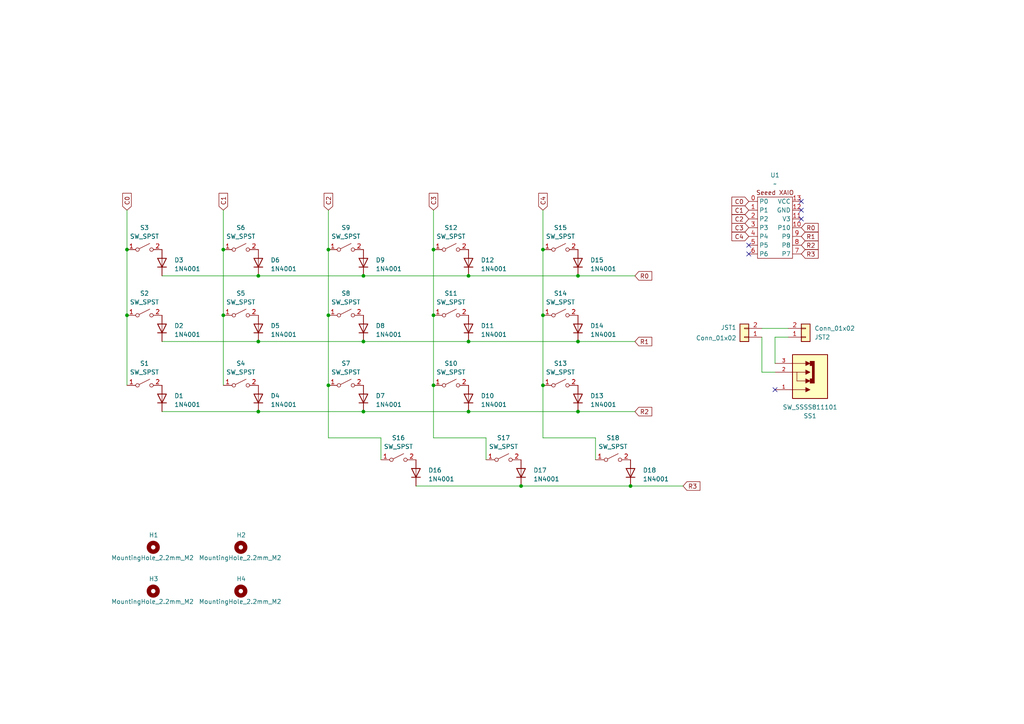
<source format=kicad_sch>
(kicad_sch (version 20231120) (generator "eeschema") (generator_version "8.0")
  (paper "A4")
  (lib_symbols
    (symbol "Clacken:Seeed_XAIO"
      (property "Reference" "U" (at 0 -10.16 0))
      (symbol "Seeed_XAIO_0_1"
        (rectangle (start -5.08 8.89) (end 5.08 -8.89))
      )
      (symbol "Seeed_XAIO_1_1"
        (text "Seeed XAIO" (at 0 10.16 0) (effects (font (size 1.27 1.27))))
        (pin bidirectional line (at -7.62 7.62 0) (length 2.54) (name "P0") (number "0"))
        (pin bidirectional line (at -7.62 5.08 0) (length 2.54) (name "P1") (number "1"))
        (pin bidirectional line (at 7.62 0 180) (length 2.54) (name "P10") (number "10"))
        (pin output line (at 7.62 2.54 180) (length 2.54) (name "V3") (number "11"))
        (pin output line (at 7.62 5.08 180) (length 2.54) (name "GND") (number "12"))
        (pin output line (at 7.62 7.62 180) (length 2.54) (name "VCC") (number "13"))
        (pin bidirectional line (at -7.62 2.54 0) (length 2.54) (name "P2") (number "2"))
        (pin bidirectional line (at -7.62 0 0) (length 2.54) (name "P3") (number "3"))
        (pin bidirectional line (at -7.62 -2.54 0) (length 2.54) (name "P4") (number "4"))
        (pin bidirectional line (at -7.62 -5.08 0) (length 2.54) (name "P5") (number "5"))
        (pin bidirectional line (at -7.62 -7.62 0) (length 2.54) (name "P6") (number "6"))
        (pin bidirectional line (at 7.62 -7.62 180) (length 2.54) (name "P7") (number "7"))
        (pin bidirectional line (at 7.62 -5.08 180) (length 2.54) (name "P8") (number "8"))
        (pin bidirectional line (at 7.62 -2.54 180) (length 2.54) (name "P9") (number "9"))
      )
    )
    (symbol "Connector_Generic:Conn_01x02" (pin_names (offset 1.016) hide)
      (property "Reference" "J" (at 0 2.54 0))
      (property "Value" "Conn_01x02" (at 0 -5.08 0))
      (symbol "Conn_01x02_1_1"
        (rectangle (start -1.27 -2.413) (end 0 -2.667) (stroke (width 0.1524)))
        (rectangle (start -1.27 0.127) (end 0 -0.127) (stroke (width 0.1524)))
        (rectangle (start -1.27 1.27) (end 1.27 -3.81) (stroke (width 0.254)) (fill (type background)))
        (pin passive line (at -5.08 0 0) (length 3.81) (name "Pin_1") (number "1"))
        (pin passive line (at -5.08 -2.54 0) (length 3.81) (name "Pin_2") (number "2"))
      )
    )
    (symbol "Diode:1N4001" (pin_numbers hide) (pin_names hide)
      (property "Reference" "D" (at 0 2.54 0))
      (property "Value" "1N4001" (at 0 -2.54 0))
      (symbol "1N4001_0_1"
        (polyline (pts (xy -1.27 1.27) (xy -1.27 -1.27)) (stroke (width 0.254)))
        (polyline (pts (xy 1.27 0) (xy -1.27 0)))
        (polyline (pts (xy 1.27 1.27) (xy 1.27 -1.27) (xy -1.27 0) (xy 1.27 1.27)) (stroke (width 0.254)))
      )
      (symbol "1N4001_1_1"
        (pin passive line (at -3.81 0 0) (length 2.54) (name "K") (number "1"))
        (pin passive line (at 3.81 0 180) (length 2.54) (name "A") (number "2"))
      )
    )
    (symbol "Mechanical:MountingHole" (pin_names (offset 1.016)) (exclude_from_sim yes) (in_bom no)
      (property "Reference" "H" (at 0 5.08 0))
      (property "Value" "MountingHole" (at 0 3.175 0))
      (symbol "MountingHole_0_1"
        (circle (center 0 0) (radius 1.27) (stroke (width 1.27)))
      )
    )
    (symbol "SW_SSSS811101:SSSS811101" (pin_names (offset 1.016))
      (property "Reference" "S" (at -5.08 5.715 0))
      (property "Value" "SSSS811101" (at -5.08 -10.16 0))
      (symbol "SSSS811101_0_0"
        (rectangle (start -5.08 -7.62) (end 5.08 5.08) (stroke (width 0.254)) (fill (type background)))
        (polyline (pts (xy 3.81 -2.54) (xy 1.27 -2.54)) (stroke (width 0.1524)))
        (polyline (pts (xy 3.81 0) (xy 1.27 0)) (stroke (width 0.1524)))
        (polyline (pts (xy 3.81 0) (xy 3.81 -2.54)) (stroke (width 0.1524)))
        (polyline (pts (xy 5.08 -5.08) (xy 1.27 -5.08)) (stroke (width 0.1524)))
        (polyline (pts (xy 5.08 -2.54) (xy 3.81 -2.54)) (stroke (width 0.1524)))
        (polyline (pts (xy 5.08 2.54) (xy 1.27 2.54)) (stroke (width 0.1524)))
        (polyline (pts (xy 1.27 -5.715) (xy 1.27 -4.445) (xy 0 -5.08) (xy 1.27 -5.715)) (stroke (width 0.1524)) (fill (type outline)))
        (polyline (pts (xy 1.27 -3.175) (xy 1.27 -1.905) (xy 0 -2.54) (xy 1.27 -3.175)) (stroke (width 0.1524)) (fill (type outline)))
        (polyline (pts (xy 1.27 -0.635) (xy 1.27 0.635) (xy 0 0) (xy 1.27 -0.635)) (stroke (width 0.1524)) (fill (type outline)))
        (polyline (pts (xy 1.27 1.905) (xy 1.27 3.175) (xy 0 2.54) (xy 1.27 1.905)) (stroke (width 0.1524)) (fill (type outline)))
        (polyline (pts (xy 0 -4.445) (xy 0 -5.715) (xy -1.27 -5.715) (xy -1.27 0.635) (xy 0 0.635) (xy 0 -0.635) (xy -0.635 -0.635) (xy -0.635 -4.445) (xy 0 -4.445)) (stroke (width 0.1524)) (fill (type outline)))
        (pin passive line (at 10.16 2.54 180) (length 5.08) (name "~") (number "1"))
        (pin passive line (at 10.16 -2.54 180) (length 5.08) (name "~") (number "2"))
        (pin passive line (at 10.16 -5.08 180) (length 5.08) (name "~") (number "3"))
      )
    )
    (symbol "Switch:SW_SPST" (pin_names (offset 0) hide)
      (property "Reference" "SW" (at 0 3.175 0))
      (property "Value" "SW_SPST" (at 0 -2.54 0))
      (symbol "SW_SPST_0_0"
        (circle (center -2.032 0) (radius 0.508))
        (polyline (pts (xy -1.524 0.254) (xy 1.524 1.778)))
        (circle (center 2.032 0) (radius 0.508))
      )
      (symbol "SW_SPST_1_1"
        (pin passive line (at -5.08 0 0) (length 2.54) (name "A") (number "1"))
        (pin passive line (at 5.08 0 180) (length 2.54) (name "B") (number "2"))
      )
    )
  )
  (junction (at 95.25 91.44))
  (junction (at 36.83 91.44))
  (junction (at 135.89 80.01))
  (junction (at 157.48 111.76))
  (junction (at 105.41 99.06))
  (junction (at 36.83 72.39))
  (junction (at 157.48 91.44))
  (junction (at 125.73 91.44))
  (junction (at 95.25 111.76))
  (junction (at 135.89 119.38))
  (junction (at 95.25 72.39))
  (junction (at 105.41 80.01))
  (junction (at 182.88 140.97))
  (junction (at 167.64 99.06))
  (junction (at 151.13 140.97))
  (junction (at 64.77 91.44))
  (junction (at 125.73 72.39))
  (junction (at 125.73 111.76))
  (junction (at 167.64 119.38))
  (junction (at 74.93 99.06))
  (junction (at 74.93 80.01))
  (junction (at 167.64 80.01))
  (junction (at 157.48 72.39))
  (junction (at 74.93 119.38))
  (junction (at 64.77 72.39))
  (junction (at 105.41 119.38))
  (junction (at 135.89 99.06))
  (no_connect (at 232.41 63.5))
  (no_connect (at 232.41 58.42))
  (no_connect (at 217.17 71.12))
  (no_connect (at 232.41 60.96))
  (no_connect (at 217.17 73.66))
  (no_connect (at 224.79 113.03))
  (wire (pts (xy 172.72 133.35) (xy 172.72 127)))
  (wire (pts (xy 157.48 72.39) (xy 157.48 91.44)))
  (wire (pts (xy 157.48 60.96) (xy 157.48 72.39)))
  (wire (pts (xy 36.83 72.39) (xy 36.83 91.44)))
  (wire (pts (xy 95.25 127) (xy 95.25 111.76)))
  (wire (pts (xy 46.99 119.38) (xy 74.93 119.38)))
  (wire (pts (xy 224.79 97.79) (xy 228.6 97.79)))
  (wire (pts (xy 110.49 127) (xy 95.25 127)))
  (wire (pts (xy 74.93 119.38) (xy 105.41 119.38)))
  (wire (pts (xy 220.98 97.79) (xy 220.98 107.95)))
  (wire (pts (xy 135.89 119.38) (xy 167.64 119.38)))
  (wire (pts (xy 135.89 99.06) (xy 167.64 99.06)))
  (wire (pts (xy 184.15 99.06) (xy 167.64 99.06)))
  (wire (pts (xy 64.77 72.39) (xy 64.77 91.44)))
  (wire (pts (xy 198.12 140.97) (xy 182.88 140.97)))
  (wire (pts (xy 95.25 91.44) (xy 95.25 111.76)))
  (wire (pts (xy 110.49 133.35) (xy 110.49 127)))
  (wire (pts (xy 105.41 80.01) (xy 135.89 80.01)))
  (wire (pts (xy 36.83 91.44) (xy 36.83 111.76)))
  (wire (pts (xy 125.73 91.44) (xy 125.73 111.76)))
  (wire (pts (xy 125.73 72.39) (xy 125.73 91.44)))
  (wire (pts (xy 140.97 133.35) (xy 140.97 127)))
  (wire (pts (xy 140.97 127) (xy 125.73 127)))
  (wire (pts (xy 220.98 107.95) (xy 224.79 107.95)))
  (wire (pts (xy 105.41 119.38) (xy 135.89 119.38)))
  (wire (pts (xy 151.13 140.97) (xy 182.88 140.97)))
  (wire (pts (xy 172.72 127) (xy 157.48 127)))
  (wire (pts (xy 125.73 60.96) (xy 125.73 72.39)))
  (wire (pts (xy 125.73 127) (xy 125.73 111.76)))
  (wire (pts (xy 74.93 99.06) (xy 105.41 99.06)))
  (wire (pts (xy 120.65 140.97) (xy 151.13 140.97)))
  (wire (pts (xy 64.77 60.96) (xy 64.77 72.39)))
  (wire (pts (xy 74.93 80.01) (xy 105.41 80.01)))
  (wire (pts (xy 36.83 60.96) (xy 36.83 72.39)))
  (wire (pts (xy 157.48 91.44) (xy 157.48 111.76)))
  (wire (pts (xy 157.48 127) (xy 157.48 111.76)))
  (wire (pts (xy 95.25 72.39) (xy 95.25 91.44)))
  (wire (pts (xy 220.98 95.25) (xy 228.6 95.25)))
  (wire (pts (xy 64.77 91.44) (xy 64.77 111.76)))
  (wire (pts (xy 135.89 80.01) (xy 167.64 80.01)))
  (wire (pts (xy 105.41 99.06) (xy 135.89 99.06)))
  (wire (pts (xy 95.25 60.96) (xy 95.25 72.39)))
  (wire (pts (xy 46.99 80.01) (xy 74.93 80.01)))
  (wire (pts (xy 184.15 119.38) (xy 167.64 119.38)))
  (wire (pts (xy 224.79 105.41) (xy 224.79 97.79)))
  (wire (pts (xy 46.99 99.06) (xy 74.93 99.06)))
  (wire (pts (xy 167.64 80.01) (xy 184.15 80.01)))
  (global_label "C1" (shape input) (at 64.77 60.96 90) (property "Intersheetrefs" "${INTERSHEET_REFS}" (effects (hide yes))))
  (global_label "C0" (shape input) (at 217.17 58.42 180) (property "Intersheetrefs" "${INTERSHEET_REFS}" (effects (hide yes))))
  (global_label "R0" (shape input) (at 184.15 80.01 0) (property "Intersheetrefs" "${INTERSHEET_REFS}" (effects (hide yes))))
  (global_label "R1" (shape input) (at 232.41 68.58 0) (property "Intersheetrefs" "${INTERSHEET_REFS}" (effects (hide yes))))
  (global_label "C4" (shape input) (at 157.48 60.96 90) (property "Intersheetrefs" "${INTERSHEET_REFS}" (effects (hide yes))))
  (global_label "C2" (shape input) (at 217.17 63.5 180) (property "Intersheetrefs" "${INTERSHEET_REFS}" (effects (hide yes))))
  (global_label "R1" (shape input) (at 184.15 99.06 0) (property "Intersheetrefs" "${INTERSHEET_REFS}" (effects (hide yes))))
  (global_label "C0" (shape input) (at 36.83 60.96 90) (property "Intersheetrefs" "${INTERSHEET_REFS}" (effects (hide yes))))
  (global_label "C1" (shape input) (at 217.17 60.96 180) (property "Intersheetrefs" "${INTERSHEET_REFS}" (effects (hide yes))))
  (global_label "R2" (shape input) (at 184.15 119.38 0) (property "Intersheetrefs" "${INTERSHEET_REFS}" (effects (hide yes))))
  (global_label "C3" (shape input) (at 217.17 66.04 180) (property "Intersheetrefs" "${INTERSHEET_REFS}" (effects (hide yes))))
  (global_label "R3" (shape input) (at 232.41 73.66 0) (property "Intersheetrefs" "${INTERSHEET_REFS}" (effects (hide yes))))
  (global_label "R2" (shape input) (at 232.41 71.12 0) (property "Intersheetrefs" "${INTERSHEET_REFS}" (effects (hide yes))))
  (global_label "C4" (shape input) (at 217.17 68.58 180) (property "Intersheetrefs" "${INTERSHEET_REFS}" (effects (hide yes))))
  (global_label "R0" (shape input) (at 232.41 66.04 0) (property "Intersheetrefs" "${INTERSHEET_REFS}" (effects (hide yes))))
  (global_label "C3" (shape input) (at 125.73 60.96 90) (property "Intersheetrefs" "${INTERSHEET_REFS}" (effects (hide yes))))
  (global_label "C2" (shape input) (at 95.25 60.96 90) (property "Intersheetrefs" "${INTERSHEET_REFS}" (effects (hide yes))))
  (global_label "R3" (shape input) (at 198.12 140.97 0) (property "Intersheetrefs" "${INTERSHEET_REFS}" (effects (hide yes))))
  (symbol (lib_id "Switch:SW_SPST") (at 130.81 111.76 0) (unit 1)
    (property "Reference" "S10" (at 130.81 105.41 0))
    (property "Value" "SW_SPST" (at 130.81 107.95 0))
    (property "Footprint" "clacken:choc_switches" (effects (hide yes)))
    (property "Description" "Single Pole Single Throw (SPST) switch" (effects (hide yes)))
  )
  (symbol (lib_id "Diode:1N4001") (at 167.64 115.57 90) (unit 1)
    (property "Reference" "D13" (at 171.196 114.808 90) (effects (justify right)))
    (property "Value" "1N4001" (at 171.196 117.348 90) (effects (justify right)))
    (property "Footprint" "clacken:reversable_diode" (effects (hide yes)))
    (property "Datasheet" "http://www.vishay.com/docs/88503/1n4001.pdf" (effects (hide yes)))
    (property "Description" "50V 1A General Purpose Rectifier Diode, DO-41" (effects (hide yes)))
    (property "Sim.Device" "D" (effects (hide yes)))
    (property "Sim.Pins" "1=K 2=A" (effects (hide yes)))
  )
  (symbol (lib_id "Switch:SW_SPST") (at 41.91 111.76 0) (unit 1)
    (property "Reference" "S1" (at 41.91 105.41 0))
    (property "Value" "SW_SPST" (at 41.91 107.95 0))
    (property "Footprint" "clacken:choc_switches" (effects (hide yes)))
    (property "Description" "Single Pole Single Throw (SPST) switch" (effects (hide yes)))
  )
  (symbol (lib_id "Switch:SW_SPST") (at 130.81 91.44 0) (unit 1)
    (property "Reference" "S11" (at 130.81 85.09 0))
    (property "Value" "SW_SPST" (at 130.81 87.63 0))
    (property "Footprint" "clacken:choc_switches" (effects (hide yes)))
    (property "Description" "Single Pole Single Throw (SPST) switch" (effects (hide yes)))
  )
  (symbol (lib_id "Diode:1N4001") (at 120.65 137.16 90) (unit 1)
    (property "Reference" "D16" (at 124.206 136.398 90) (effects (justify right)))
    (property "Value" "1N4001" (at 124.206 138.938 90) (effects (justify right)))
    (property "Footprint" "clacken:reversable_diode" (effects (hide yes)))
    (property "Datasheet" "http://www.vishay.com/docs/88503/1n4001.pdf" (effects (hide yes)))
    (property "Description" "50V 1A General Purpose Rectifier Diode, DO-41" (effects (hide yes)))
    (property "Sim.Device" "D" (effects (hide yes)))
    (property "Sim.Pins" "1=K 2=A" (effects (hide yes)))
  )
  (symbol (lib_id "Diode:1N4001") (at 105.41 76.2 90) (unit 1)
    (property "Reference" "D9" (at 108.966 75.438 90) (effects (justify right)))
    (property "Value" "1N4001" (at 108.966 77.978 90) (effects (justify right)))
    (property "Footprint" "clacken:reversable_diode" (effects (hide yes)))
    (property "Datasheet" "http://www.vishay.com/docs/88503/1n4001.pdf" (effects (hide yes)))
    (property "Description" "50V 1A General Purpose Rectifier Diode, DO-41" (effects (hide yes)))
    (property "Sim.Device" "D" (effects (hide yes)))
    (property "Sim.Pins" "1=K 2=A" (effects (hide yes)))
  )
  (symbol (lib_id "Switch:SW_SPST") (at 69.85 72.39 0) (unit 1)
    (property "Reference" "S6" (at 69.85 66.04 0))
    (property "Value" "SW_SPST" (at 69.85 68.58 0))
    (property "Footprint" "clacken:choc_switches" (effects (hide yes)))
    (property "Description" "Single Pole Single Throw (SPST) switch" (effects (hide yes)))
  )
  (symbol (lib_id "Diode:1N4001") (at 105.41 115.57 90) (unit 1)
    (property "Reference" "D7" (at 108.966 114.808 90) (effects (justify right)))
    (property "Value" "1N4001" (at 108.966 117.348 90) (effects (justify right)))
    (property "Footprint" "clacken:reversable_diode" (effects (hide yes)))
    (property "Datasheet" "http://www.vishay.com/docs/88503/1n4001.pdf" (effects (hide yes)))
    (property "Description" "50V 1A General Purpose Rectifier Diode, DO-41" (effects (hide yes)))
    (property "Sim.Device" "D" (effects (hide yes)))
    (property "Sim.Pins" "1=K 2=A" (effects (hide yes)))
  )
  (symbol (lib_id "Diode:1N4001") (at 167.64 95.25 90) (unit 1)
    (property "Reference" "D14" (at 171.196 94.488 90) (effects (justify right)))
    (property "Value" "1N4001" (at 171.196 97.028 90) (effects (justify right)))
    (property "Footprint" "clacken:reversable_diode" (effects (hide yes)))
    (property "Datasheet" "http://www.vishay.com/docs/88503/1n4001.pdf" (effects (hide yes)))
    (property "Description" "50V 1A General Purpose Rectifier Diode, DO-41" (effects (hide yes)))
    (property "Sim.Device" "D" (effects (hide yes)))
    (property "Sim.Pins" "1=K 2=A" (effects (hide yes)))
  )
  (symbol (lib_id "Diode:1N4001") (at 167.64 76.2 90) (unit 1)
    (property "Reference" "D15" (at 171.196 75.438 90) (effects (justify right)))
    (property "Value" "1N4001" (at 171.196 77.978 90) (effects (justify right)))
    (property "Footprint" "clacken:reversable_diode" (effects (hide yes)))
    (property "Datasheet" "http://www.vishay.com/docs/88503/1n4001.pdf" (effects (hide yes)))
    (property "Description" "50V 1A General Purpose Rectifier Diode, DO-41" (effects (hide yes)))
    (property "Sim.Device" "D" (effects (hide yes)))
    (property "Sim.Pins" "1=K 2=A" (effects (hide yes)))
  )
  (symbol (lib_id "Switch:SW_SPST") (at 69.85 91.44 0) (unit 1)
    (property "Reference" "S5" (at 69.85 85.09 0))
    (property "Value" "SW_SPST" (at 69.85 87.63 0))
    (property "Footprint" "clacken:choc_switches" (effects (hide yes)))
    (property "Description" "Single Pole Single Throw (SPST) switch" (effects (hide yes)))
  )
  (symbol (lib_id "Switch:SW_SPST") (at 41.91 91.44 0) (unit 1)
    (property "Reference" "S2" (at 41.91 85.09 0))
    (property "Value" "SW_SPST" (at 41.91 87.63 0))
    (property "Footprint" "clacken:choc_switches" (effects (hide yes)))
    (property "Description" "Single Pole Single Throw (SPST) switch" (effects (hide yes)))
  )
  (symbol (lib_id "Switch:SW_SPST") (at 41.91 72.39 0) (unit 1)
    (property "Reference" "S3" (at 41.91 66.04 0))
    (property "Value" "SW_SPST" (at 41.91 68.58 0))
    (property "Footprint" "clacken:choc_switches" (effects (hide yes)))
    (property "Description" "Single Pole Single Throw (SPST) switch" (effects (hide yes)))
  )
  (symbol (lib_id "Switch:SW_SPST") (at 177.8 133.35 0) (unit 1)
    (property "Reference" "S18" (at 177.8 127 0))
    (property "Value" "SW_SPST" (at 177.8 129.54 0))
    (property "Footprint" "clacken:choc_switches" (effects (hide yes)))
    (property "Description" "Single Pole Single Throw (SPST) switch" (effects (hide yes)))
  )
  (symbol (lib_id "Switch:SW_SPST") (at 162.56 72.39 0) (unit 1)
    (property "Reference" "S15" (at 162.56 66.04 0))
    (property "Value" "SW_SPST" (at 162.56 68.58 0))
    (property "Footprint" "clacken:choc_switches" (effects (hide yes)))
    (property "Description" "Single Pole Single Throw (SPST) switch" (effects (hide yes)))
  )
  (symbol (lib_id "Diode:1N4001") (at 135.89 95.25 90) (unit 1)
    (property "Reference" "D11" (at 139.446 94.488 90) (effects (justify right)))
    (property "Value" "1N4001" (at 139.446 97.028 90) (effects (justify right)))
    (property "Footprint" "clacken:reversable_diode" (effects (hide yes)))
    (property "Datasheet" "http://www.vishay.com/docs/88503/1n4001.pdf" (effects (hide yes)))
    (property "Description" "50V 1A General Purpose Rectifier Diode, DO-41" (effects (hide yes)))
    (property "Sim.Device" "D" (effects (hide yes)))
    (property "Sim.Pins" "1=K 2=A" (effects (hide yes)))
  )
  (symbol (lib_id "Diode:1N4001") (at 46.99 76.2 90) (unit 1)
    (property "Reference" "D3" (at 50.546 75.438 90) (effects (justify right)))
    (property "Value" "1N4001" (at 50.546 77.978 90) (effects (justify right)))
    (property "Footprint" "clacken:reversable_diode" (effects (hide yes)))
    (property "Datasheet" "http://www.vishay.com/docs/88503/1n4001.pdf" (effects (hide yes)))
    (property "Description" "50V 1A General Purpose Rectifier Diode, DO-41" (effects (hide yes)))
    (property "Sim.Device" "D" (effects (hide yes)))
    (property "Sim.Pins" "1=K 2=A" (effects (hide yes)))
  )
  (symbol (lib_id "Connector_Generic:Conn_01x02") (at 233.68 97.79 0) (mirror x) (unit 1)
    (property "Reference" "JST2" (at 236.22 97.7901 0) (effects (justify left)))
    (property "Value" "Conn_01x02" (at 236.22 95.2501 0) (effects (justify left)))
    (property "Footprint" "clacken:JST_angled" (effects (hide yes)))
    (property "Description" "Generic connector, single row, 01x02, script generated (kicad-library-utils/schlib/autogen/connector/)" (effects (hide yes)))
  )
  (symbol (lib_id "Diode:1N4001") (at 135.89 115.57 90) (unit 1)
    (property "Reference" "D10" (at 139.446 114.808 90) (effects (justify right)))
    (property "Value" "1N4001" (at 139.446 117.348 90) (effects (justify right)))
    (property "Footprint" "clacken:reversable_diode" (effects (hide yes)))
    (property "Datasheet" "http://www.vishay.com/docs/88503/1n4001.pdf" (effects (hide yes)))
    (property "Description" "50V 1A General Purpose Rectifier Diode, DO-41" (effects (hide yes)))
    (property "Sim.Device" "D" (effects (hide yes)))
    (property "Sim.Pins" "1=K 2=A" (effects (hide yes)))
  )
  (symbol (lib_id "Switch:SW_SPST") (at 162.56 111.76 0) (unit 1)
    (property "Reference" "S13" (at 162.56 105.41 0))
    (property "Value" "SW_SPST" (at 162.56 107.95 0))
    (property "Footprint" "clacken:choc_switches" (effects (hide yes)))
    (property "Description" "Single Pole Single Throw (SPST) switch" (effects (hide yes)))
  )
  (symbol (lib_id "Clacken:Seeed_XAIO") (at 224.79 66.04 0) (unit 1)
    (property "Reference" "U1" (at 224.79 50.8 0))
    (property "Value" "~" (at 224.79 53.34 0))
    (property "Footprint" "clacken:seeed_xaio" (effects (hide yes)))
  )
  (symbol (lib_id "Diode:1N4001") (at 105.41 95.25 90) (unit 1)
    (property "Reference" "D8" (at 108.966 94.488 90) (effects (justify right)))
    (property "Value" "1N4001" (at 108.966 97.028 90) (effects (justify right)))
    (property "Footprint" "clacken:reversable_diode" (effects (hide yes)))
    (property "Datasheet" "http://www.vishay.com/docs/88503/1n4001.pdf" (effects (hide yes)))
    (property "Description" "50V 1A General Purpose Rectifier Diode, DO-41" (effects (hide yes)))
    (property "Sim.Device" "D" (effects (hide yes)))
    (property "Sim.Pins" "1=K 2=A" (effects (hide yes)))
  )
  (symbol (lib_id "Diode:1N4001") (at 74.93 95.25 90) (unit 1)
    (property "Reference" "D5" (at 78.486 94.488 90) (effects (justify right)))
    (property "Value" "1N4001" (at 78.486 97.028 90) (effects (justify right)))
    (property "Footprint" "clacken:reversable_diode" (effects (hide yes)))
    (property "Datasheet" "http://www.vishay.com/docs/88503/1n4001.pdf" (effects (hide yes)))
    (property "Description" "50V 1A General Purpose Rectifier Diode, DO-41" (effects (hide yes)))
    (property "Sim.Device" "D" (effects (hide yes)))
    (property "Sim.Pins" "1=K 2=A" (effects (hide yes)))
  )
  (symbol (lib_id "Switch:SW_SPST") (at 162.56 91.44 0) (unit 1)
    (property "Reference" "S14" (at 162.56 85.09 0))
    (property "Value" "SW_SPST" (at 162.56 87.63 0))
    (property "Footprint" "clacken:choc_switches" (effects (hide yes)))
    (property "Description" "Single Pole Single Throw (SPST) switch" (effects (hide yes)))
  )
  (symbol (lib_id "Mechanical:MountingHole") (at 44.45 158.75 0) (unit 1) (exclude_from_sim yes) (in_bom no)
    (property "Reference" "H1" (at 43.18 155.194 0) (effects (justify left)))
    (property "Value" "MountingHole_2.2mm_M2" (at 32.258 161.798 0) (effects (justify left)))
    (property "Footprint" "MountingHole:MountingHole_2.2mm_M2" (effects (hide yes)))
    (property "Description" "Mounting Hole without connection" (effects (hide yes)))
  )
  (symbol (lib_id "Mechanical:MountingHole") (at 69.85 171.45 0) (unit 1) (exclude_from_sim yes) (in_bom no)
    (property "Reference" "H4" (at 68.58 167.894 0) (effects (justify left)))
    (property "Value" "MountingHole_2.2mm_M2" (at 57.658 174.498 0) (effects (justify left)))
    (property "Footprint" "MountingHole:MountingHole_2.2mm_M2" (effects (hide yes)))
    (property "Description" "Mounting Hole without connection" (effects (hide yes)))
  )
  (symbol (lib_id "Diode:1N4001") (at 46.99 95.25 90) (unit 1)
    (property "Reference" "D2" (at 50.546 94.488 90) (effects (justify right)))
    (property "Value" "1N4001" (at 50.546 97.028 90) (effects (justify right)))
    (property "Footprint" "clacken:reversable_diode" (effects (hide yes)))
    (property "Datasheet" "http://www.vishay.com/docs/88503/1n4001.pdf" (effects (hide yes)))
    (property "Description" "50V 1A General Purpose Rectifier Diode, DO-41" (effects (hide yes)))
    (property "Sim.Device" "D" (effects (hide yes)))
    (property "Sim.Pins" "1=K 2=A" (effects (hide yes)))
  )
  (symbol (lib_id "Diode:1N4001") (at 135.89 76.2 90) (unit 1)
    (property "Reference" "D12" (at 139.446 75.438 90) (effects (justify right)))
    (property "Value" "1N4001" (at 139.446 77.978 90) (effects (justify right)))
    (property "Footprint" "clacken:reversable_diode" (effects (hide yes)))
    (property "Datasheet" "http://www.vishay.com/docs/88503/1n4001.pdf" (effects (hide yes)))
    (property "Description" "50V 1A General Purpose Rectifier Diode, DO-41" (effects (hide yes)))
    (property "Sim.Device" "D" (effects (hide yes)))
    (property "Sim.Pins" "1=K 2=A" (effects (hide yes)))
  )
  (symbol (lib_id "Connector_Generic:Conn_01x02") (at 215.9 97.79 180) (unit 1)
    (property "Reference" "JST1" (at 213.614 94.996 0) (effects (justify left)))
    (property "Value" "Conn_01x02" (at 213.614 98.044 0) (effects (justify left)))
    (property "Footprint" "clacken:JST_angled" (effects (hide yes)))
    (property "Description" "Generic connector, single row, 01x02, script generated (kicad-library-utils/schlib/autogen/connector/)" (effects (hide yes)))
  )
  (symbol (lib_id "Mechanical:MountingHole") (at 44.45 171.45 0) (unit 1) (exclude_from_sim yes) (in_bom no)
    (property "Reference" "H3" (at 43.18 167.894 0) (effects (justify left)))
    (property "Value" "MountingHole_2.2mm_M2" (at 32.258 174.498 0) (effects (justify left)))
    (property "Footprint" "MountingHole:MountingHole_2.2mm_M2" (effects (hide yes)))
    (property "Description" "Mounting Hole without connection" (effects (hide yes)))
  )
  (symbol (lib_id "Diode:1N4001") (at 46.99 115.57 90) (unit 1)
    (property "Reference" "D1" (at 50.546 114.808 90) (effects (justify right)))
    (property "Value" "1N4001" (at 50.546 117.348 90) (effects (justify right)))
    (property "Footprint" "clacken:reversable_diode" (effects (hide yes)))
    (property "Datasheet" "http://www.vishay.com/docs/88503/1n4001.pdf" (effects (hide yes)))
    (property "Description" "50V 1A General Purpose Rectifier Diode, DO-41" (effects (hide yes)))
    (property "Sim.Device" "D" (effects (hide yes)))
    (property "Sim.Pins" "1=K 2=A" (effects (hide yes)))
  )
  (symbol (lib_id "Switch:SW_SPST") (at 115.57 133.35 0) (unit 1)
    (property "Reference" "S16" (at 115.57 127 0))
    (property "Value" "SW_SPST" (at 115.57 129.54 0))
    (property "Footprint" "clacken:choc_switches" (effects (hide yes)))
    (property "Description" "Single Pole Single Throw (SPST) switch" (effects (hide yes)))
  )
  (symbol (lib_id "Switch:SW_SPST") (at 146.05 133.35 0) (unit 1)
    (property "Reference" "S17" (at 146.05 127 0))
    (property "Value" "SW_SPST" (at 146.05 129.54 0))
    (property "Footprint" "clacken:choc_switches" (effects (hide yes)))
    (property "Description" "Single Pole Single Throw (SPST) switch" (effects (hide yes)))
  )
  (symbol (lib_id "Switch:SW_SPST") (at 69.85 111.76 0) (unit 1)
    (property "Reference" "S4" (at 69.85 105.41 0))
    (property "Value" "SW_SPST" (at 69.85 107.95 0))
    (property "Footprint" "clacken:choc_switches" (effects (hide yes)))
    (property "Description" "Single Pole Single Throw (SPST) switch" (effects (hide yes)))
  )
  (symbol (lib_id "Diode:1N4001") (at 182.88 137.16 90) (unit 1)
    (property "Reference" "D18" (at 186.436 136.398 90) (effects (justify right)))
    (property "Value" "1N4001" (at 186.436 138.938 90) (effects (justify right)))
    (property "Footprint" "clacken:reversable_diode" (effects (hide yes)))
    (property "Datasheet" "http://www.vishay.com/docs/88503/1n4001.pdf" (effects (hide yes)))
    (property "Description" "50V 1A General Purpose Rectifier Diode, DO-41" (effects (hide yes)))
    (property "Sim.Device" "D" (effects (hide yes)))
    (property "Sim.Pins" "1=K 2=A" (effects (hide yes)))
  )
  (symbol (lib_id "Switch:SW_SPST") (at 100.33 91.44 0) (unit 1)
    (property "Reference" "S8" (at 100.33 85.09 0))
    (property "Value" "SW_SPST" (at 100.33 87.63 0))
    (property "Footprint" "clacken:choc_switches" (effects (hide yes)))
    (property "Description" "Single Pole Single Throw (SPST) switch" (effects (hide yes)))
  )
  (symbol (lib_id "Switch:SW_SPST") (at 100.33 72.39 0) (unit 1)
    (property "Reference" "S9" (at 100.33 66.04 0))
    (property "Value" "SW_SPST" (at 100.33 68.58 0))
    (property "Footprint" "clacken:choc_switches" (effects (hide yes)))
    (property "Description" "Single Pole Single Throw (SPST) switch" (effects (hide yes)))
  )
  (symbol (lib_id "Diode:1N4001") (at 151.13 137.16 90) (unit 1)
    (property "Reference" "D17" (at 154.686 136.398 90) (effects (justify right)))
    (property "Value" "1N4001" (at 154.686 138.938 90) (effects (justify right)))
    (property "Footprint" "clacken:reversable_diode" (effects (hide yes)))
    (property "Datasheet" "http://www.vishay.com/docs/88503/1n4001.pdf" (effects (hide yes)))
    (property "Description" "50V 1A General Purpose Rectifier Diode, DO-41" (effects (hide yes)))
    (property "Sim.Device" "D" (effects (hide yes)))
    (property "Sim.Pins" "1=K 2=A" (effects (hide yes)))
  )
  (symbol (lib_id "SW_SSSS811101:SSSS811101") (at 234.95 110.49 180) (unit 1)
    (property "Reference" "SS1" (at 234.95 120.65 0))
    (property "Value" "SW_SSSS811101" (at 234.95 118.11 0))
    (property "Footprint" "SSSS811101:SW_SSSS811101" (effects (hide yes)))
    (property "PARTREV" "N/A" (effects (hide yes)))
    (property "STANDARD" "Manufacturer Recommendations" (effects (hide yes)))
    (property "MAXIMUM_PACKAGE_HEIGHT" "1.60 mm" (effects (hide yes)))
    (property "MANUFACTURER" "ALPS" (effects (hide yes)))
  )
  (symbol (lib_id "Mechanical:MountingHole") (at 69.85 158.75 0) (unit 1) (exclude_from_sim yes) (in_bom no)
    (property "Reference" "H2" (at 68.58 155.194 0) (effects (justify left)))
    (property "Value" "MountingHole_2.2mm_M2" (at 57.658 161.798 0) (effects (justify left)))
    (property "Footprint" "MountingHole:MountingHole_2.2mm_M2" (effects (hide yes)))
    (property "Description" "Mounting Hole without connection" (effects (hide yes)))
  )
  (symbol (lib_id "Switch:SW_SPST") (at 100.33 111.76 0) (unit 1)
    (property "Reference" "S7" (at 100.33 105.41 0))
    (property "Value" "SW_SPST" (at 100.33 107.95 0))
    (property "Footprint" "clacken:choc_switches" (effects (hide yes)))
    (property "Description" "Single Pole Single Throw (SPST) switch" (effects (hide yes)))
  )
  (symbol (lib_id "Diode:1N4001") (at 74.93 115.57 90) (unit 1)
    (property "Reference" "D4" (at 78.486 114.808 90) (effects (justify right)))
    (property "Value" "1N4001" (at 78.486 117.348 90) (effects (justify right)))
    (property "Footprint" "clacken:reversable_diode" (effects (hide yes)))
    (property "Datasheet" "http://www.vishay.com/docs/88503/1n4001.pdf" (effects (hide yes)))
    (property "Description" "50V 1A General Purpose Rectifier Diode, DO-41" (effects (hide yes)))
    (property "Sim.Device" "D" (effects (hide yes)))
    (property "Sim.Pins" "1=K 2=A" (effects (hide yes)))
  )
  (symbol (lib_id "Switch:SW_SPST") (at 130.81 72.39 0) (unit 1)
    (property "Reference" "S12" (at 130.81 66.04 0))
    (property "Value" "SW_SPST" (at 130.81 68.58 0))
    (property "Footprint" "clacken:choc_switches" (effects (hide yes)))
    (property "Description" "Single Pole Single Throw (SPST) switch" (effects (hide yes)))
  )
  (symbol (lib_id "Diode:1N4001") (at 74.93 76.2 90) (unit 1)
    (property "Reference" "D6" (at 78.486 75.438 90) (effects (justify right)))
    (property "Value" "1N4001" (at 78.486 77.978 90) (effects (justify right)))
    (property "Footprint" "clacken:reversable_diode" (effects (hide yes)))
    (property "Datasheet" "http://www.vishay.com/docs/88503/1n4001.pdf" (effects (hide yes)))
    (property "Description" "50V 1A General Purpose Rectifier Diode, DO-41" (effects (hide yes)))
    (property "Sim.Device" "D" (effects (hide yes)))
    (property "Sim.Pins" "1=K 2=A" (effects (hide yes)))
  )
)
</source>
